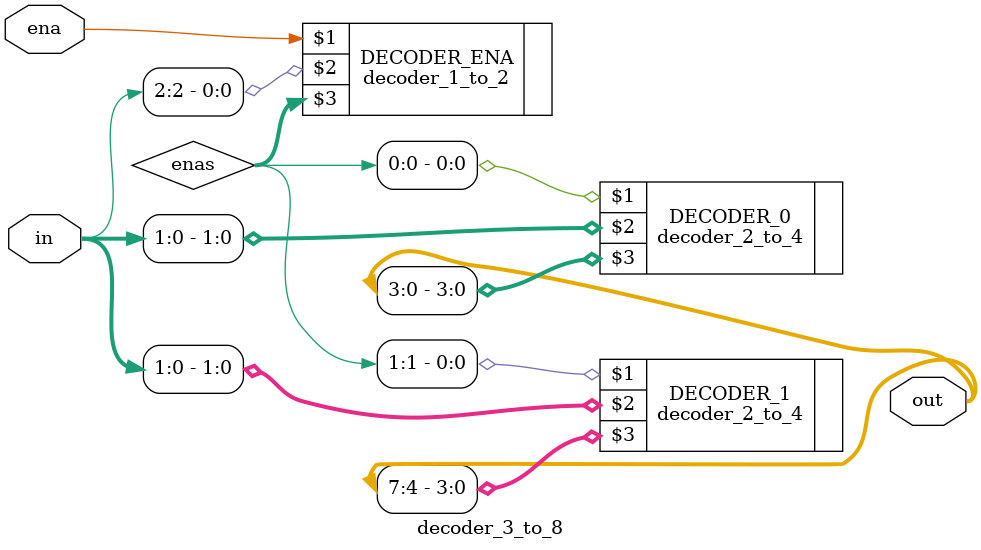
<source format=sv>
module decoder_3_to_8(ena, in, out);

  input wire ena;
  input wire [2:0] in;
  output logic [7:0] out;

  // SOLUTION CODE START

  // Modular Solution is far more succinct here.
  wire [1:0] enas;
  decoder_1_to_2 DECODER_ENA(ena, in[2], enas);
  decoder_2_to_4 DECODER_0(enas[0], in[1:0], out[3:0]);
  decoder_2_to_4 DECODER_1(enas[1], in[1:0], out[7:4]);

  // SOLUTION CODE END

endmodule
</source>
